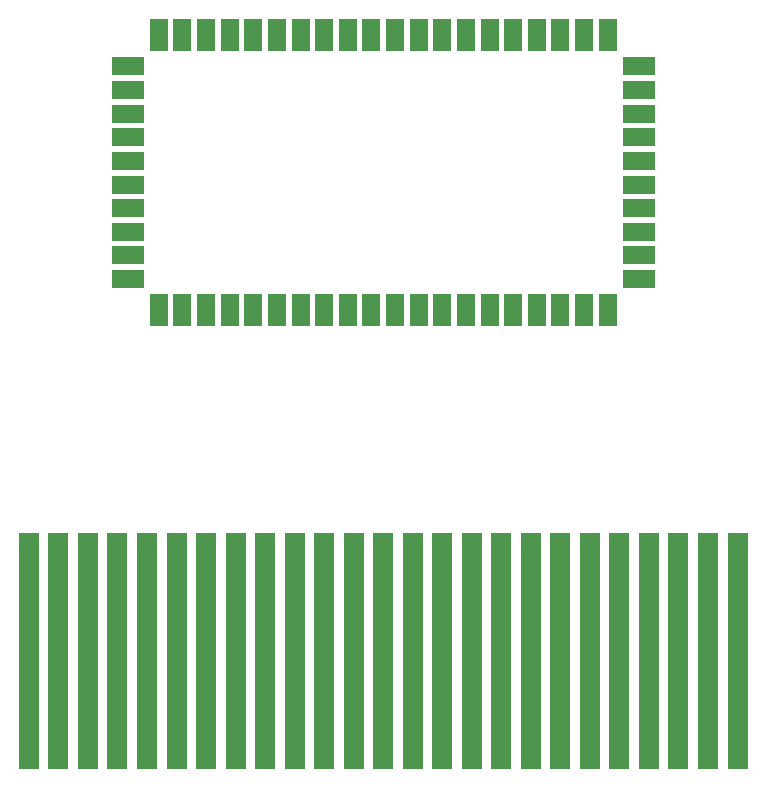
<source format=gbr>
%TF.GenerationSoftware,KiCad,Pcbnew,8.0.6*%
%TF.CreationDate,2024-10-17T23:32:30-05:00*%
%TF.ProjectId,n64_gamecat_rp2350b,6e36345f-6761-46d6-9563-61745f727032,rev?*%
%TF.SameCoordinates,Original*%
%TF.FileFunction,Paste,Top*%
%TF.FilePolarity,Positive*%
%FSLAX46Y46*%
G04 Gerber Fmt 4.6, Leading zero omitted, Abs format (unit mm)*
G04 Created by KiCad (PCBNEW 8.0.6) date 2024-10-17 23:32:30*
%MOMM*%
%LPD*%
G01*
G04 APERTURE LIST*
%ADD10R,2.800000X1.500000*%
%ADD11R,1.500000X2.800000*%
%ADD12R,1.800000X20.000000*%
G04 APERTURE END LIST*
D10*
%TO.C,U4*%
X155650000Y-111500000D03*
X155650000Y-109500000D03*
X155650000Y-107500000D03*
X155650000Y-105500000D03*
X155650000Y-103500000D03*
X155650000Y-101500000D03*
X155650000Y-99500000D03*
X155650000Y-97500000D03*
X155650000Y-95500000D03*
X155650000Y-93500000D03*
D11*
X153000000Y-90850000D03*
X151000000Y-90850000D03*
X149000000Y-90850000D03*
X147000000Y-90850000D03*
X145000000Y-90850000D03*
X143000000Y-90850000D03*
X141000000Y-90850000D03*
X139000000Y-90850000D03*
X137000000Y-90850000D03*
X135000000Y-90850000D03*
X133000000Y-90850000D03*
X131000000Y-90850000D03*
X129000000Y-90850000D03*
X127000000Y-90850000D03*
X125000000Y-90850000D03*
X123000000Y-90850000D03*
X121000000Y-90850000D03*
X119000000Y-90850000D03*
X117000000Y-90850000D03*
X115000000Y-90850000D03*
D10*
X112350000Y-93500000D03*
X112350000Y-95500000D03*
X112350000Y-97500000D03*
X112350000Y-99500000D03*
X112350000Y-101500000D03*
X112350000Y-103500000D03*
X112350000Y-105500000D03*
X112350000Y-107500000D03*
X112350000Y-109500000D03*
X112350000Y-111500000D03*
D11*
X115000000Y-114150000D03*
X117000000Y-114150000D03*
X119000000Y-114150000D03*
X121000000Y-114150000D03*
X123000000Y-114150000D03*
X125000000Y-114150000D03*
X127000000Y-114150000D03*
X129000000Y-114150000D03*
X131000000Y-114150000D03*
X133000000Y-114150000D03*
X135000000Y-114150000D03*
X137000000Y-114150000D03*
X139000000Y-114150000D03*
X141000000Y-114150000D03*
X143000000Y-114150000D03*
X145000000Y-114150000D03*
X147000000Y-114150000D03*
X149000000Y-114150000D03*
X151000000Y-114150000D03*
X153000000Y-114150000D03*
%TD*%
D12*
%TO.C,U3*%
X104000000Y-143000000D03*
X106500000Y-143000000D03*
X109000000Y-143000000D03*
X111500000Y-143000000D03*
X114000000Y-143000000D03*
X116500000Y-143000000D03*
X119000000Y-143000000D03*
X121500000Y-143000000D03*
X124000000Y-143000000D03*
X126500000Y-143000000D03*
X129000000Y-143000000D03*
X131500000Y-143000000D03*
X134000000Y-143000000D03*
X136500000Y-143000000D03*
X139000000Y-143000000D03*
X141500000Y-143000000D03*
X144000000Y-143000000D03*
X146500000Y-143000000D03*
X149000000Y-143000000D03*
X151500000Y-143000000D03*
X154000000Y-143000000D03*
X156500000Y-143000000D03*
X159000000Y-143000000D03*
X161500000Y-143000000D03*
X164000000Y-143000000D03*
%TD*%
M02*

</source>
